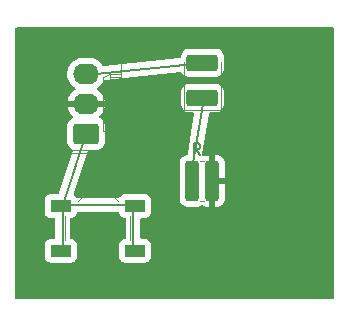
<source format=gbr>
%TF.GenerationSoftware,KiCad,Pcbnew,7.0.5*%
%TF.CreationDate,2024-03-26T08:13:49-07:00*%
%TF.ProjectId,Trial2,54726961-6c32-42e6-9b69-6361645f7063,rev?*%
%TF.SameCoordinates,Original*%
%TF.FileFunction,Soldermask,Bot*%
%TF.FilePolarity,Negative*%
%FSLAX46Y46*%
G04 Gerber Fmt 4.6, Leading zero omitted, Abs format (unit mm)*
G04 Created by KiCad (PCBNEW 7.0.5) date 2024-03-26 08:13:49*
%MOMM*%
%LPD*%
G01*
G04 APERTURE LIST*
G04 Aperture macros list*
%AMRoundRect*
0 Rectangle with rounded corners*
0 $1 Rounding radius*
0 $2 $3 $4 $5 $6 $7 $8 $9 X,Y pos of 4 corners*
0 Add a 4 corners polygon primitive as box body*
4,1,4,$2,$3,$4,$5,$6,$7,$8,$9,$2,$3,0*
0 Add four circle primitives for the rounded corners*
1,1,$1+$1,$2,$3*
1,1,$1+$1,$4,$5*
1,1,$1+$1,$6,$7*
1,1,$1+$1,$8,$9*
0 Add four rect primitives between the rounded corners*
20,1,$1+$1,$2,$3,$4,$5,0*
20,1,$1+$1,$4,$5,$6,$7,0*
20,1,$1+$1,$6,$7,$8,$9,0*
20,1,$1+$1,$8,$9,$2,$3,0*%
G04 Aperture macros list end*
%ADD10RoundRect,0.250000X0.845000X-0.620000X0.845000X0.620000X-0.845000X0.620000X-0.845000X-0.620000X0*%
%ADD11O,2.190000X1.740000*%
%TA.AperFunction,NonConductor*%
%ADD12C,0.200000*%
%TD*%
%TA.AperFunction,SMDPad,CuDef*%
%ADD13R,1.700000X1.000000*%
%TD*%
%TA.AperFunction,SMDPad,CuDef*%
%ADD14RoundRect,0.250001X1.074999X-0.462499X1.074999X0.462499X-1.074999X0.462499X-1.074999X-0.462499X0*%
%TD*%
%TA.AperFunction,ComponentPad*%
%ADD15RoundRect,0.250000X0.845000X-0.620000X0.845000X0.620000X-0.845000X0.620000X-0.845000X-0.620000X0*%
%TD*%
%TA.AperFunction,ComponentPad*%
%ADD16O,2.190000X1.740000*%
%TD*%
%TA.AperFunction,SMDPad,CuDef*%
%ADD17RoundRect,0.250000X-0.337500X-1.450000X0.337500X-1.450000X0.337500X1.450000X-0.337500X1.450000X0*%
%TD*%
%ADD18C,0.300000*%
%ADD19C,0.150000*%
%ADD20C,0.120000*%
G04 APERTURE END LIST*
D10*
%TO.C,J1*%
X133000000Y-111000000D03*
D11*
X133000000Y-108460000D03*
X133000000Y-105920000D03*
%TD*%
D12*
X137000000Y-121000000D02*
X137000000Y-117000000D01*
X133000000Y-111000000D02*
X131000000Y-117000000D01*
X142000000Y-114000000D02*
X143000000Y-108000000D01*
X131000000Y-117000000D02*
X131000000Y-121000000D01*
X143000000Y-105000000D02*
X133000000Y-106000000D01*
X143000000Y-108000000D02*
X142000000Y-108000000D01*
X137000000Y-117000000D02*
X131000000Y-117000000D01*
D13*
%TO.P,S1,1*%
%TO.N,Net-(J1-Pin_1)*%
X130850000Y-117100000D03*
X137150000Y-117100000D03*
%TO.P,S1,2*%
X130850000Y-120900000D03*
X137150000Y-120900000D03*
%TD*%
D14*
%TO.P,D1,1,K*%
%TO.N,Net-(D1-K)*%
X142837500Y-107975000D03*
%TO.P,D1,2,A*%
%TO.N,+3.3V*%
X142837500Y-105000000D03*
%TD*%
D15*
%TO.P,J1,1,Pin_1*%
%TO.N,Net-(J1-Pin_1)*%
X133000000Y-111000000D03*
D16*
%TO.P,J1,2,Pin_2*%
%TO.N,GND*%
X133000000Y-108460000D03*
%TO.P,J1,3,Pin_3*%
%TO.N,+3.3V*%
X133000000Y-105920000D03*
%TD*%
D17*
%TO.P,R1,1*%
%TO.N,Net-(D1-K)*%
X142000000Y-115000000D03*
%TO.P,R1,2*%
%TO.N,GND*%
X143675000Y-115000000D03*
%TD*%
%TA.AperFunction,Conductor*%
%TO.N,GND*%
G36*
X153942539Y-102020185D02*
G01*
X153988294Y-102072989D01*
X153999500Y-102124500D01*
X153999500Y-124875500D01*
X153979815Y-124942539D01*
X153927011Y-124988294D01*
X153875500Y-124999500D01*
X127124500Y-124999500D01*
X127057461Y-124979815D01*
X127011706Y-124927011D01*
X127000500Y-124875500D01*
X127000500Y-121447870D01*
X129499500Y-121447870D01*
X129499501Y-121447876D01*
X129505908Y-121507483D01*
X129556202Y-121642328D01*
X129556206Y-121642335D01*
X129642452Y-121757544D01*
X129642455Y-121757547D01*
X129757664Y-121843793D01*
X129757671Y-121843797D01*
X129892517Y-121894091D01*
X129892516Y-121894091D01*
X129899444Y-121894835D01*
X129952127Y-121900500D01*
X131747872Y-121900499D01*
X131807483Y-121894091D01*
X131942331Y-121843796D01*
X132057546Y-121757546D01*
X132143796Y-121642331D01*
X132194091Y-121507483D01*
X132200500Y-121447873D01*
X132200499Y-120352128D01*
X132194091Y-120292517D01*
X132143796Y-120157669D01*
X132143795Y-120157668D01*
X132143793Y-120157664D01*
X132057547Y-120042455D01*
X132057544Y-120042452D01*
X131942335Y-119956206D01*
X131942328Y-119956202D01*
X131807482Y-119905908D01*
X131807483Y-119905908D01*
X131747883Y-119899501D01*
X131747881Y-119899500D01*
X131747873Y-119899500D01*
X131747865Y-119899500D01*
X131724500Y-119899500D01*
X131657461Y-119879815D01*
X131611706Y-119827011D01*
X131600500Y-119775500D01*
X131600500Y-118224499D01*
X131620185Y-118157460D01*
X131672989Y-118111705D01*
X131724500Y-118100499D01*
X131747871Y-118100499D01*
X131747872Y-118100499D01*
X131807483Y-118094091D01*
X131942331Y-118043796D01*
X132057546Y-117957546D01*
X132143796Y-117842331D01*
X132194091Y-117707483D01*
X132194091Y-117707481D01*
X132195874Y-117699938D01*
X132198146Y-117700474D01*
X132220429Y-117646688D01*
X132277823Y-117606843D01*
X132316976Y-117600500D01*
X135683023Y-117600500D01*
X135750062Y-117620185D01*
X135795817Y-117672989D01*
X135803266Y-117700134D01*
X135804124Y-117699932D01*
X135805907Y-117707479D01*
X135856202Y-117842328D01*
X135856206Y-117842335D01*
X135942452Y-117957544D01*
X135942455Y-117957547D01*
X136057664Y-118043793D01*
X136057671Y-118043797D01*
X136102618Y-118060560D01*
X136192517Y-118094091D01*
X136252127Y-118100500D01*
X136275497Y-118100499D01*
X136342536Y-118120181D01*
X136388292Y-118172983D01*
X136399500Y-118224499D01*
X136399500Y-119775500D01*
X136379815Y-119842539D01*
X136327011Y-119888294D01*
X136275505Y-119899500D01*
X136252132Y-119899500D01*
X136252123Y-119899501D01*
X136192516Y-119905908D01*
X136057671Y-119956202D01*
X136057664Y-119956206D01*
X135942455Y-120042452D01*
X135942452Y-120042455D01*
X135856206Y-120157664D01*
X135856202Y-120157671D01*
X135805908Y-120292517D01*
X135799501Y-120352116D01*
X135799501Y-120352123D01*
X135799500Y-120352135D01*
X135799500Y-121447870D01*
X135799501Y-121447876D01*
X135805908Y-121507483D01*
X135856202Y-121642328D01*
X135856206Y-121642335D01*
X135942452Y-121757544D01*
X135942455Y-121757547D01*
X136057664Y-121843793D01*
X136057671Y-121843797D01*
X136192517Y-121894091D01*
X136192516Y-121894091D01*
X136199444Y-121894835D01*
X136252127Y-121900500D01*
X138047872Y-121900499D01*
X138107483Y-121894091D01*
X138242331Y-121843796D01*
X138357546Y-121757546D01*
X138443796Y-121642331D01*
X138494091Y-121507483D01*
X138500500Y-121447873D01*
X138500499Y-120352128D01*
X138494091Y-120292517D01*
X138443796Y-120157669D01*
X138443795Y-120157668D01*
X138443793Y-120157664D01*
X138357547Y-120042455D01*
X138357544Y-120042452D01*
X138242335Y-119956206D01*
X138242328Y-119956202D01*
X138107482Y-119905908D01*
X138107483Y-119905908D01*
X138047883Y-119899501D01*
X138047881Y-119899500D01*
X138047873Y-119899500D01*
X138047865Y-119899500D01*
X137724500Y-119899500D01*
X137657461Y-119879815D01*
X137611706Y-119827011D01*
X137600500Y-119775500D01*
X137600500Y-118224499D01*
X137620185Y-118157460D01*
X137672989Y-118111705D01*
X137724500Y-118100499D01*
X138047871Y-118100499D01*
X138047872Y-118100499D01*
X138107483Y-118094091D01*
X138242331Y-118043796D01*
X138357546Y-117957546D01*
X138443796Y-117842331D01*
X138494091Y-117707483D01*
X138500500Y-117647873D01*
X138500499Y-116552128D01*
X138494896Y-116500001D01*
X140912000Y-116500001D01*
X140912001Y-116500018D01*
X140922500Y-116602796D01*
X140922501Y-116602799D01*
X140977615Y-116769119D01*
X140977686Y-116769334D01*
X141069788Y-116918656D01*
X141193844Y-117042712D01*
X141343166Y-117134814D01*
X141509703Y-117189999D01*
X141612491Y-117200500D01*
X142387508Y-117200499D01*
X142387516Y-117200498D01*
X142387519Y-117200498D01*
X142443802Y-117194748D01*
X142490297Y-117189999D01*
X142656834Y-117134814D01*
X142772882Y-117063234D01*
X142840271Y-117044796D01*
X142903073Y-117063237D01*
X143018369Y-117134353D01*
X143018380Y-117134358D01*
X143184802Y-117189505D01*
X143184809Y-117189506D01*
X143287519Y-117199999D01*
X143424999Y-117199999D01*
X143425000Y-117199998D01*
X143425000Y-115250000D01*
X143925000Y-115250000D01*
X143925000Y-117199999D01*
X144062472Y-117199999D01*
X144062486Y-117199998D01*
X144165197Y-117189505D01*
X144331619Y-117134358D01*
X144331624Y-117134356D01*
X144480845Y-117042315D01*
X144604815Y-116918345D01*
X144696856Y-116769124D01*
X144696858Y-116769119D01*
X144752005Y-116602697D01*
X144752006Y-116602690D01*
X144762499Y-116499986D01*
X144762500Y-116499973D01*
X144762500Y-115250000D01*
X143925000Y-115250000D01*
X143425000Y-115250000D01*
X143425000Y-112800000D01*
X143925000Y-112800000D01*
X143925000Y-114750000D01*
X144762499Y-114750000D01*
X144762499Y-113500028D01*
X144762498Y-113500013D01*
X144752005Y-113397302D01*
X144696858Y-113230880D01*
X144696856Y-113230875D01*
X144604815Y-113081654D01*
X144480845Y-112957684D01*
X144331624Y-112865643D01*
X144331619Y-112865641D01*
X144165197Y-112810494D01*
X144165190Y-112810493D01*
X144062486Y-112800000D01*
X143925000Y-112800000D01*
X143425000Y-112800000D01*
X143287527Y-112800000D01*
X143287512Y-112800001D01*
X143184802Y-112810494D01*
X143018380Y-112865641D01*
X143018371Y-112865646D01*
X143004848Y-112873987D01*
X142937455Y-112892427D01*
X142870792Y-112871504D01*
X142826023Y-112817861D01*
X142817362Y-112748531D01*
X142817439Y-112748062D01*
X142823939Y-112709066D01*
X143393514Y-109291614D01*
X143423953Y-109228723D01*
X143483561Y-109192272D01*
X143515828Y-109188000D01*
X143962503Y-109188000D01*
X143962508Y-109188000D01*
X144065297Y-109177499D01*
X144231834Y-109122314D01*
X144381155Y-109030211D01*
X144505211Y-108906155D01*
X144597314Y-108756834D01*
X144652499Y-108590297D01*
X144663000Y-108487508D01*
X144663000Y-107462492D01*
X144652499Y-107359703D01*
X144597314Y-107193166D01*
X144589141Y-107179916D01*
X144505213Y-107043848D01*
X144505210Y-107043844D01*
X144381155Y-106919789D01*
X144381151Y-106919786D01*
X144231837Y-106827687D01*
X144231835Y-106827686D01*
X144148565Y-106800093D01*
X144065297Y-106772501D01*
X144065295Y-106772500D01*
X143962515Y-106762000D01*
X143962508Y-106762000D01*
X141712492Y-106762000D01*
X141712484Y-106762000D01*
X141609704Y-106772500D01*
X141609703Y-106772501D01*
X141443164Y-106827686D01*
X141443162Y-106827687D01*
X141293848Y-106919786D01*
X141293844Y-106919789D01*
X141169789Y-107043844D01*
X141169786Y-107043848D01*
X141077687Y-107193162D01*
X141077686Y-107193164D01*
X141022501Y-107359703D01*
X141022500Y-107359704D01*
X141012000Y-107462484D01*
X141012000Y-108487515D01*
X141022500Y-108590295D01*
X141022501Y-108590296D01*
X141077686Y-108756835D01*
X141077687Y-108756837D01*
X141169786Y-108906151D01*
X141169789Y-108906155D01*
X141293844Y-109030210D01*
X141293848Y-109030213D01*
X141443162Y-109122312D01*
X141443164Y-109122313D01*
X141443166Y-109122314D01*
X141609703Y-109177499D01*
X141712492Y-109188000D01*
X142046840Y-109188000D01*
X142113879Y-109207685D01*
X142159634Y-109260489D01*
X142169578Y-109329647D01*
X142169157Y-109332356D01*
X142002885Y-110329991D01*
X141606372Y-112709066D01*
X141575934Y-112771957D01*
X141516326Y-112808408D01*
X141510030Y-112809930D01*
X141509708Y-112809998D01*
X141343168Y-112865185D01*
X141343163Y-112865187D01*
X141193842Y-112957289D01*
X141069789Y-113081342D01*
X140977687Y-113230663D01*
X140977685Y-113230668D01*
X140977615Y-113230880D01*
X140922501Y-113397203D01*
X140922501Y-113397204D01*
X140922500Y-113397204D01*
X140912000Y-113499983D01*
X140912000Y-116500001D01*
X138494896Y-116500001D01*
X138494894Y-116499986D01*
X138494091Y-116492516D01*
X138443797Y-116357671D01*
X138443793Y-116357664D01*
X138357547Y-116242455D01*
X138357544Y-116242452D01*
X138242335Y-116156206D01*
X138242328Y-116156202D01*
X138107482Y-116105908D01*
X138107483Y-116105908D01*
X138047883Y-116099501D01*
X138047881Y-116099500D01*
X138047873Y-116099500D01*
X138047864Y-116099500D01*
X136252129Y-116099500D01*
X136252123Y-116099501D01*
X136192516Y-116105908D01*
X136057671Y-116156202D01*
X136057664Y-116156206D01*
X135942456Y-116242452D01*
X135942455Y-116242453D01*
X135942454Y-116242454D01*
X135862087Y-116349811D01*
X135806153Y-116391682D01*
X135762820Y-116399500D01*
X132237180Y-116399500D01*
X132170141Y-116379815D01*
X132137913Y-116349811D01*
X132057546Y-116242454D01*
X131991469Y-116192988D01*
X131949599Y-116137056D01*
X131944615Y-116067364D01*
X131948139Y-116054528D01*
X133147886Y-112455286D01*
X133187760Y-112397912D01*
X133252324Y-112371204D01*
X133265523Y-112370499D01*
X133895002Y-112370499D01*
X133895008Y-112370499D01*
X133997797Y-112359999D01*
X134164334Y-112304814D01*
X134313656Y-112212712D01*
X134437712Y-112088656D01*
X134529814Y-111939334D01*
X134584999Y-111772797D01*
X134595500Y-111670009D01*
X134595499Y-110329992D01*
X134584999Y-110227203D01*
X134529814Y-110060666D01*
X134437712Y-109911344D01*
X134313656Y-109787288D01*
X134164334Y-109695186D01*
X134164332Y-109695185D01*
X134164330Y-109695184D01*
X134161574Y-109693899D01*
X134160000Y-109692513D01*
X134158187Y-109691395D01*
X134158378Y-109691085D01*
X134109135Y-109647727D01*
X134089983Y-109580533D01*
X134110199Y-109513652D01*
X134128179Y-109491994D01*
X134257139Y-109368396D01*
X134257140Y-109368395D01*
X134395810Y-109180902D01*
X134500803Y-108972661D01*
X134569093Y-108749670D01*
X134574173Y-108710000D01*
X133540470Y-108710000D01*
X133579685Y-108615326D01*
X133600134Y-108460000D01*
X133579685Y-108304674D01*
X133540470Y-108210000D01*
X134572576Y-108210000D01*
X134572575Y-108209999D01*
X134539683Y-108057380D01*
X134539683Y-108057379D01*
X134452732Y-107840994D01*
X134330458Y-107642407D01*
X134176382Y-107467343D01*
X134176378Y-107467339D01*
X133994945Y-107320842D01*
X133994935Y-107320835D01*
X133954433Y-107298209D01*
X133905507Y-107248329D01*
X133891315Y-107179916D01*
X133916363Y-107114691D01*
X133945469Y-107087222D01*
X134089088Y-106990153D01*
X134257516Y-106828728D01*
X134396240Y-106641161D01*
X134459726Y-106515242D01*
X134507484Y-106464244D01*
X134558109Y-106447683D01*
X141008594Y-105802635D01*
X141077258Y-105815552D01*
X141126467Y-105860920D01*
X141169787Y-105931151D01*
X141169790Y-105931156D01*
X141293844Y-106055210D01*
X141293848Y-106055213D01*
X141443162Y-106147312D01*
X141443164Y-106147313D01*
X141443166Y-106147314D01*
X141609703Y-106202499D01*
X141712492Y-106213000D01*
X141712497Y-106213000D01*
X143962503Y-106213000D01*
X143962508Y-106213000D01*
X144065297Y-106202499D01*
X144231834Y-106147314D01*
X144381155Y-106055211D01*
X144505211Y-105931155D01*
X144597314Y-105781834D01*
X144652499Y-105615297D01*
X144663000Y-105512508D01*
X144663000Y-104487492D01*
X144652499Y-104384703D01*
X144597314Y-104218166D01*
X144505211Y-104068845D01*
X144381155Y-103944789D01*
X144381151Y-103944786D01*
X144231837Y-103852687D01*
X144231835Y-103852686D01*
X144148565Y-103825093D01*
X144065297Y-103797501D01*
X144065295Y-103797500D01*
X143962515Y-103787000D01*
X143962508Y-103787000D01*
X141712492Y-103787000D01*
X141712484Y-103787000D01*
X141609704Y-103797500D01*
X141609703Y-103797501D01*
X141443164Y-103852686D01*
X141443162Y-103852687D01*
X141293848Y-103944786D01*
X141293844Y-103944789D01*
X141169789Y-104068844D01*
X141169786Y-104068848D01*
X141077687Y-104218162D01*
X141077686Y-104218164D01*
X141022501Y-104384703D01*
X141022500Y-104384704D01*
X141011997Y-104487512D01*
X141011901Y-104489407D01*
X141011764Y-104489797D01*
X141011679Y-104490633D01*
X141011479Y-104490612D01*
X140988821Y-104555355D01*
X140933751Y-104598355D01*
X140900401Y-104606464D01*
X134501655Y-105246338D01*
X134432990Y-105233421D01*
X134383728Y-105187968D01*
X134361499Y-105151867D01*
X134330862Y-105102109D01*
X134176731Y-104926982D01*
X134176729Y-104926980D01*
X134176726Y-104926977D01*
X133995226Y-104780426D01*
X133995220Y-104780421D01*
X133791554Y-104666646D01*
X133571591Y-104588929D01*
X133571586Y-104588927D01*
X133571584Y-104588927D01*
X133571580Y-104588926D01*
X133571579Y-104588926D01*
X133341655Y-104549500D01*
X133341647Y-104549500D01*
X132716784Y-104549500D01*
X132716765Y-104549500D01*
X132542553Y-104564328D01*
X132542551Y-104564329D01*
X132316781Y-104623114D01*
X132104197Y-104719208D01*
X131910911Y-104849847D01*
X131910909Y-104849849D01*
X131742483Y-105011272D01*
X131742482Y-105011273D01*
X131603762Y-105198834D01*
X131498733Y-105407147D01*
X131498730Y-105407153D01*
X131430416Y-105630223D01*
X131400784Y-105861624D01*
X131410685Y-106094700D01*
X131410686Y-106094709D01*
X131459836Y-106322766D01*
X131459837Y-106322769D01*
X131510032Y-106447683D01*
X131546821Y-106539235D01*
X131669138Y-106737891D01*
X131749083Y-106828726D01*
X131823270Y-106913019D01*
X131823273Y-106913022D01*
X132004773Y-107059573D01*
X132004779Y-107059578D01*
X132045590Y-107082376D01*
X132094517Y-107132256D01*
X132108709Y-107200669D01*
X132083661Y-107265895D01*
X132054553Y-107293365D01*
X131911228Y-107390235D01*
X131742860Y-107551603D01*
X131742859Y-107551604D01*
X131604189Y-107739097D01*
X131499196Y-107947338D01*
X131430906Y-108170329D01*
X131425826Y-108209999D01*
X131425827Y-108210000D01*
X132459530Y-108210000D01*
X132420315Y-108304674D01*
X132399866Y-108460000D01*
X132420315Y-108615326D01*
X132459530Y-108710000D01*
X131427424Y-108710000D01*
X131460316Y-108862619D01*
X131460316Y-108862620D01*
X131547267Y-109079005D01*
X131669541Y-109277592D01*
X131823617Y-109452656D01*
X131823621Y-109452660D01*
X131863796Y-109485099D01*
X131903589Y-109542529D01*
X131906016Y-109612357D01*
X131870305Y-109672411D01*
X131838300Y-109693958D01*
X131835667Y-109695185D01*
X131686342Y-109787289D01*
X131562289Y-109911342D01*
X131470187Y-110060663D01*
X131470185Y-110060666D01*
X131470186Y-110060666D01*
X131415001Y-110227203D01*
X131415001Y-110227204D01*
X131415000Y-110227204D01*
X131404500Y-110329983D01*
X131404500Y-111670001D01*
X131404501Y-111670018D01*
X131415000Y-111772796D01*
X131415001Y-111772799D01*
X131470185Y-111939331D01*
X131470186Y-111939334D01*
X131562288Y-112088656D01*
X131686344Y-112212712D01*
X131832035Y-112302574D01*
X131878759Y-112354522D01*
X131889982Y-112423485D01*
X131884575Y-112447325D01*
X130695446Y-116014712D01*
X130655572Y-116072087D01*
X130591008Y-116098795D01*
X130577809Y-116099500D01*
X129952129Y-116099500D01*
X129952123Y-116099501D01*
X129892516Y-116105908D01*
X129757671Y-116156202D01*
X129757664Y-116156206D01*
X129642455Y-116242452D01*
X129642452Y-116242455D01*
X129556206Y-116357664D01*
X129556202Y-116357671D01*
X129505908Y-116492517D01*
X129499501Y-116552116D01*
X129499501Y-116552123D01*
X129499500Y-116552135D01*
X129499500Y-117647870D01*
X129499501Y-117647876D01*
X129505908Y-117707483D01*
X129556202Y-117842328D01*
X129556206Y-117842335D01*
X129642452Y-117957544D01*
X129642455Y-117957547D01*
X129757664Y-118043793D01*
X129757671Y-118043797D01*
X129802618Y-118060560D01*
X129892517Y-118094091D01*
X129952127Y-118100500D01*
X130275500Y-118100499D01*
X130342539Y-118120183D01*
X130388294Y-118172987D01*
X130399500Y-118224499D01*
X130399499Y-119775500D01*
X130379814Y-119842540D01*
X130327010Y-119888294D01*
X130275499Y-119899500D01*
X129952130Y-119899500D01*
X129952123Y-119899501D01*
X129892516Y-119905908D01*
X129757671Y-119956202D01*
X129757664Y-119956206D01*
X129642455Y-120042452D01*
X129642452Y-120042455D01*
X129556206Y-120157664D01*
X129556202Y-120157671D01*
X129505908Y-120292517D01*
X129499501Y-120352116D01*
X129499501Y-120352123D01*
X129499500Y-120352135D01*
X129499500Y-121447870D01*
X127000500Y-121447870D01*
X127000500Y-102124500D01*
X127020185Y-102057461D01*
X127072989Y-102011706D01*
X127124500Y-102000500D01*
X153875500Y-102000500D01*
X153942539Y-102020185D01*
G37*
%TD.AperFunction*%
%TD*%
D18*
X152529171Y-103840225D02*
X152529171Y-104125939D01*
X152529171Y-104125939D02*
X152457742Y-104268796D01*
X152457742Y-104268796D02*
X152314885Y-104411653D01*
X152314885Y-104411653D02*
X152029171Y-104483082D01*
X152029171Y-104483082D02*
X151529171Y-104483082D01*
X151529171Y-104483082D02*
X151243457Y-104411653D01*
X151243457Y-104411653D02*
X151100600Y-104268796D01*
X151100600Y-104268796D02*
X151029171Y-104125939D01*
X151029171Y-104125939D02*
X151029171Y-103840225D01*
X151029171Y-103840225D02*
X151100600Y-103697368D01*
X151100600Y-103697368D02*
X151243457Y-103554510D01*
X151243457Y-103554510D02*
X151529171Y-103483082D01*
X151529171Y-103483082D02*
X152029171Y-103483082D01*
X152029171Y-103483082D02*
X152314885Y-103554510D01*
X152314885Y-103554510D02*
X152457742Y-103697368D01*
X152457742Y-103697368D02*
X152529171Y-103840225D01*
X152029171Y-105125939D02*
X151029171Y-105125939D01*
X151886314Y-105125939D02*
X151957742Y-105197368D01*
X151957742Y-105197368D02*
X152029171Y-105340225D01*
X152029171Y-105340225D02*
X152029171Y-105554511D01*
X152029171Y-105554511D02*
X151957742Y-105697368D01*
X151957742Y-105697368D02*
X151814885Y-105768797D01*
X151814885Y-105768797D02*
X151029171Y-105768797D01*
X152529171Y-107911654D02*
X152529171Y-108197368D01*
X152529171Y-108197368D02*
X152457742Y-108340225D01*
X152457742Y-108340225D02*
X152314885Y-108483082D01*
X152314885Y-108483082D02*
X152029171Y-108554511D01*
X152029171Y-108554511D02*
X151529171Y-108554511D01*
X151529171Y-108554511D02*
X151243457Y-108483082D01*
X151243457Y-108483082D02*
X151100600Y-108340225D01*
X151100600Y-108340225D02*
X151029171Y-108197368D01*
X151029171Y-108197368D02*
X151029171Y-107911654D01*
X151029171Y-107911654D02*
X151100600Y-107768797D01*
X151100600Y-107768797D02*
X151243457Y-107625939D01*
X151243457Y-107625939D02*
X151529171Y-107554511D01*
X151529171Y-107554511D02*
X152029171Y-107554511D01*
X152029171Y-107554511D02*
X152314885Y-107625939D01*
X152314885Y-107625939D02*
X152457742Y-107768797D01*
X152457742Y-107768797D02*
X152529171Y-107911654D01*
X152029171Y-108983083D02*
X152029171Y-109554511D01*
X151029171Y-109197368D02*
X152314885Y-109197368D01*
X152314885Y-109197368D02*
X152457742Y-109268797D01*
X152457742Y-109268797D02*
X152529171Y-109411654D01*
X152529171Y-109411654D02*
X152529171Y-109554511D01*
X152029171Y-109840226D02*
X152029171Y-110411654D01*
X151029171Y-110054511D02*
X152314885Y-110054511D01*
X152314885Y-110054511D02*
X152457742Y-110125940D01*
X152457742Y-110125940D02*
X152529171Y-110268797D01*
X152529171Y-110268797D02*
X152529171Y-110411654D01*
X151029171Y-112268797D02*
X151100600Y-112125940D01*
X151100600Y-112125940D02*
X151243457Y-112054511D01*
X151243457Y-112054511D02*
X152529171Y-112054511D01*
X151029171Y-113483083D02*
X151814885Y-113483083D01*
X151814885Y-113483083D02*
X151957742Y-113411654D01*
X151957742Y-113411654D02*
X152029171Y-113268797D01*
X152029171Y-113268797D02*
X152029171Y-112983083D01*
X152029171Y-112983083D02*
X151957742Y-112840225D01*
X151100600Y-113483083D02*
X151029171Y-113340225D01*
X151029171Y-113340225D02*
X151029171Y-112983083D01*
X151029171Y-112983083D02*
X151100600Y-112840225D01*
X151100600Y-112840225D02*
X151243457Y-112768797D01*
X151243457Y-112768797D02*
X151386314Y-112768797D01*
X151386314Y-112768797D02*
X151529171Y-112840225D01*
X151529171Y-112840225D02*
X151600600Y-112983083D01*
X151600600Y-112983083D02*
X151600600Y-113340225D01*
X151600600Y-113340225D02*
X151672028Y-113483083D01*
X151029171Y-114197368D02*
X152029171Y-114197368D01*
X151886314Y-114197368D02*
X151957742Y-114268797D01*
X151957742Y-114268797D02*
X152029171Y-114411654D01*
X152029171Y-114411654D02*
X152029171Y-114625940D01*
X152029171Y-114625940D02*
X151957742Y-114768797D01*
X151957742Y-114768797D02*
X151814885Y-114840226D01*
X151814885Y-114840226D02*
X151029171Y-114840226D01*
X151814885Y-114840226D02*
X151957742Y-114911654D01*
X151957742Y-114911654D02*
X152029171Y-115054511D01*
X152029171Y-115054511D02*
X152029171Y-115268797D01*
X152029171Y-115268797D02*
X151957742Y-115411654D01*
X151957742Y-115411654D02*
X151814885Y-115483083D01*
X151814885Y-115483083D02*
X151029171Y-115483083D01*
X152029171Y-116197368D02*
X150529171Y-116197368D01*
X151957742Y-116197368D02*
X152029171Y-116340226D01*
X152029171Y-116340226D02*
X152029171Y-116625940D01*
X152029171Y-116625940D02*
X151957742Y-116768797D01*
X151957742Y-116768797D02*
X151886314Y-116840226D01*
X151886314Y-116840226D02*
X151743457Y-116911654D01*
X151743457Y-116911654D02*
X151314885Y-116911654D01*
X151314885Y-116911654D02*
X151172028Y-116840226D01*
X151172028Y-116840226D02*
X151100600Y-116768797D01*
X151100600Y-116768797D02*
X151029171Y-116625940D01*
X151029171Y-116625940D02*
X151029171Y-116340226D01*
X151029171Y-116340226D02*
X151100600Y-116197368D01*
X152029171Y-118554511D02*
X151029171Y-118911654D01*
X151029171Y-118911654D02*
X152029171Y-119268797D01*
X152386314Y-119768797D02*
X152457742Y-119840225D01*
X152457742Y-119840225D02*
X152529171Y-119983083D01*
X152529171Y-119983083D02*
X152529171Y-120340225D01*
X152529171Y-120340225D02*
X152457742Y-120483083D01*
X152457742Y-120483083D02*
X152386314Y-120554511D01*
X152386314Y-120554511D02*
X152243457Y-120625940D01*
X152243457Y-120625940D02*
X152100600Y-120625940D01*
X152100600Y-120625940D02*
X151886314Y-120554511D01*
X151886314Y-120554511D02*
X151029171Y-119697368D01*
X151029171Y-119697368D02*
X151029171Y-120625940D01*
X149971314Y-103483082D02*
X150042742Y-103554510D01*
X150042742Y-103554510D02*
X150114171Y-103697368D01*
X150114171Y-103697368D02*
X150114171Y-104054510D01*
X150114171Y-104054510D02*
X150042742Y-104197368D01*
X150042742Y-104197368D02*
X149971314Y-104268796D01*
X149971314Y-104268796D02*
X149828457Y-104340225D01*
X149828457Y-104340225D02*
X149685600Y-104340225D01*
X149685600Y-104340225D02*
X149471314Y-104268796D01*
X149471314Y-104268796D02*
X148614171Y-103411653D01*
X148614171Y-103411653D02*
X148614171Y-104340225D01*
X150114171Y-105268796D02*
X150114171Y-105411653D01*
X150114171Y-105411653D02*
X150042742Y-105554510D01*
X150042742Y-105554510D02*
X149971314Y-105625939D01*
X149971314Y-105625939D02*
X149828457Y-105697367D01*
X149828457Y-105697367D02*
X149542742Y-105768796D01*
X149542742Y-105768796D02*
X149185600Y-105768796D01*
X149185600Y-105768796D02*
X148899885Y-105697367D01*
X148899885Y-105697367D02*
X148757028Y-105625939D01*
X148757028Y-105625939D02*
X148685600Y-105554510D01*
X148685600Y-105554510D02*
X148614171Y-105411653D01*
X148614171Y-105411653D02*
X148614171Y-105268796D01*
X148614171Y-105268796D02*
X148685600Y-105125939D01*
X148685600Y-105125939D02*
X148757028Y-105054510D01*
X148757028Y-105054510D02*
X148899885Y-104983081D01*
X148899885Y-104983081D02*
X149185600Y-104911653D01*
X149185600Y-104911653D02*
X149542742Y-104911653D01*
X149542742Y-104911653D02*
X149828457Y-104983081D01*
X149828457Y-104983081D02*
X149971314Y-105054510D01*
X149971314Y-105054510D02*
X150042742Y-105125939D01*
X150042742Y-105125939D02*
X150114171Y-105268796D01*
X149971314Y-106340224D02*
X150042742Y-106411652D01*
X150042742Y-106411652D02*
X150114171Y-106554510D01*
X150114171Y-106554510D02*
X150114171Y-106911652D01*
X150114171Y-106911652D02*
X150042742Y-107054510D01*
X150042742Y-107054510D02*
X149971314Y-107125938D01*
X149971314Y-107125938D02*
X149828457Y-107197367D01*
X149828457Y-107197367D02*
X149685600Y-107197367D01*
X149685600Y-107197367D02*
X149471314Y-107125938D01*
X149471314Y-107125938D02*
X148614171Y-106268795D01*
X148614171Y-106268795D02*
X148614171Y-107197367D01*
X149614171Y-108483081D02*
X148614171Y-108483081D01*
X150185600Y-108125938D02*
X149114171Y-107768795D01*
X149114171Y-107768795D02*
X149114171Y-108697366D01*
X150114171Y-109554509D02*
X150114171Y-109697366D01*
X150114171Y-109697366D02*
X150042742Y-109840223D01*
X150042742Y-109840223D02*
X149971314Y-109911652D01*
X149971314Y-109911652D02*
X149828457Y-109983080D01*
X149828457Y-109983080D02*
X149542742Y-110054509D01*
X149542742Y-110054509D02*
X149185600Y-110054509D01*
X149185600Y-110054509D02*
X148899885Y-109983080D01*
X148899885Y-109983080D02*
X148757028Y-109911652D01*
X148757028Y-109911652D02*
X148685600Y-109840223D01*
X148685600Y-109840223D02*
X148614171Y-109697366D01*
X148614171Y-109697366D02*
X148614171Y-109554509D01*
X148614171Y-109554509D02*
X148685600Y-109411652D01*
X148685600Y-109411652D02*
X148757028Y-109340223D01*
X148757028Y-109340223D02*
X148899885Y-109268794D01*
X148899885Y-109268794D02*
X149185600Y-109197366D01*
X149185600Y-109197366D02*
X149542742Y-109197366D01*
X149542742Y-109197366D02*
X149828457Y-109268794D01*
X149828457Y-109268794D02*
X149971314Y-109340223D01*
X149971314Y-109340223D02*
X150042742Y-109411652D01*
X150042742Y-109411652D02*
X150114171Y-109554509D01*
X150114171Y-110554508D02*
X150114171Y-111483080D01*
X150114171Y-111483080D02*
X149542742Y-110983080D01*
X149542742Y-110983080D02*
X149542742Y-111197365D01*
X149542742Y-111197365D02*
X149471314Y-111340223D01*
X149471314Y-111340223D02*
X149399885Y-111411651D01*
X149399885Y-111411651D02*
X149257028Y-111483080D01*
X149257028Y-111483080D02*
X148899885Y-111483080D01*
X148899885Y-111483080D02*
X148757028Y-111411651D01*
X148757028Y-111411651D02*
X148685600Y-111340223D01*
X148685600Y-111340223D02*
X148614171Y-111197365D01*
X148614171Y-111197365D02*
X148614171Y-110768794D01*
X148614171Y-110768794D02*
X148685600Y-110625937D01*
X148685600Y-110625937D02*
X148757028Y-110554508D01*
X149971314Y-112054508D02*
X150042742Y-112125936D01*
X150042742Y-112125936D02*
X150114171Y-112268794D01*
X150114171Y-112268794D02*
X150114171Y-112625936D01*
X150114171Y-112625936D02*
X150042742Y-112768794D01*
X150042742Y-112768794D02*
X149971314Y-112840222D01*
X149971314Y-112840222D02*
X149828457Y-112911651D01*
X149828457Y-112911651D02*
X149685600Y-112911651D01*
X149685600Y-112911651D02*
X149471314Y-112840222D01*
X149471314Y-112840222D02*
X148614171Y-111983079D01*
X148614171Y-111983079D02*
X148614171Y-112911651D01*
X149614171Y-114197365D02*
X148614171Y-114197365D01*
X150185600Y-113840222D02*
X149114171Y-113483079D01*
X149114171Y-113483079D02*
X149114171Y-114411650D01*
X146270600Y-103483082D02*
X146199171Y-103697368D01*
X146199171Y-103697368D02*
X146199171Y-104054510D01*
X146199171Y-104054510D02*
X146270600Y-104197368D01*
X146270600Y-104197368D02*
X146342028Y-104268796D01*
X146342028Y-104268796D02*
X146484885Y-104340225D01*
X146484885Y-104340225D02*
X146627742Y-104340225D01*
X146627742Y-104340225D02*
X146770600Y-104268796D01*
X146770600Y-104268796D02*
X146842028Y-104197368D01*
X146842028Y-104197368D02*
X146913457Y-104054510D01*
X146913457Y-104054510D02*
X146984885Y-103768796D01*
X146984885Y-103768796D02*
X147056314Y-103625939D01*
X147056314Y-103625939D02*
X147127742Y-103554510D01*
X147127742Y-103554510D02*
X147270600Y-103483082D01*
X147270600Y-103483082D02*
X147413457Y-103483082D01*
X147413457Y-103483082D02*
X147556314Y-103554510D01*
X147556314Y-103554510D02*
X147627742Y-103625939D01*
X147627742Y-103625939D02*
X147699171Y-103768796D01*
X147699171Y-103768796D02*
X147699171Y-104125939D01*
X147699171Y-104125939D02*
X147627742Y-104340225D01*
X146199171Y-104983081D02*
X147699171Y-104983081D01*
X147699171Y-104983081D02*
X146199171Y-105840224D01*
X146199171Y-105840224D02*
X147699171Y-105840224D01*
X146342028Y-106554510D02*
X146270600Y-106625939D01*
X146270600Y-106625939D02*
X146199171Y-106554510D01*
X146199171Y-106554510D02*
X146270600Y-106483082D01*
X146270600Y-106483082D02*
X146342028Y-106554510D01*
X146342028Y-106554510D02*
X146199171Y-106554510D01*
X147127742Y-106554510D02*
X147056314Y-106625939D01*
X147056314Y-106625939D02*
X146984885Y-106554510D01*
X146984885Y-106554510D02*
X147056314Y-106483082D01*
X147056314Y-106483082D02*
X147127742Y-106554510D01*
X147127742Y-106554510D02*
X146984885Y-106554510D01*
X146056314Y-106911654D02*
X146056314Y-108054511D01*
X146056314Y-108054511D02*
X146056314Y-109197368D01*
X146056314Y-109197368D02*
X146056314Y-110340225D01*
X146056314Y-110340225D02*
X146056314Y-111483082D01*
X146056314Y-111483082D02*
X146056314Y-112625939D01*
X146056314Y-112625939D02*
X146056314Y-113768796D01*
X146056314Y-113768796D02*
X146056314Y-114911653D01*
X146056314Y-114911653D02*
X146056314Y-116054510D01*
X146056314Y-116054510D02*
X146056314Y-117197367D01*
X146056314Y-117197367D02*
X146056314Y-118340224D01*
X146056314Y-118340224D02*
X146056314Y-119483081D01*
D19*
%TO.C,S1*%
X133238095Y-115407200D02*
X133380952Y-115454819D01*
X133380952Y-115454819D02*
X133619047Y-115454819D01*
X133619047Y-115454819D02*
X133714285Y-115407200D01*
X133714285Y-115407200D02*
X133761904Y-115359580D01*
X133761904Y-115359580D02*
X133809523Y-115264342D01*
X133809523Y-115264342D02*
X133809523Y-115169104D01*
X133809523Y-115169104D02*
X133761904Y-115073866D01*
X133761904Y-115073866D02*
X133714285Y-115026247D01*
X133714285Y-115026247D02*
X133619047Y-114978628D01*
X133619047Y-114978628D02*
X133428571Y-114931009D01*
X133428571Y-114931009D02*
X133333333Y-114883390D01*
X133333333Y-114883390D02*
X133285714Y-114835771D01*
X133285714Y-114835771D02*
X133238095Y-114740533D01*
X133238095Y-114740533D02*
X133238095Y-114645295D01*
X133238095Y-114645295D02*
X133285714Y-114550057D01*
X133285714Y-114550057D02*
X133333333Y-114502438D01*
X133333333Y-114502438D02*
X133428571Y-114454819D01*
X133428571Y-114454819D02*
X133666666Y-114454819D01*
X133666666Y-114454819D02*
X133809523Y-114502438D01*
X134761904Y-115454819D02*
X134190476Y-115454819D01*
X134476190Y-115454819D02*
X134476190Y-114454819D01*
X134476190Y-114454819D02*
X134380952Y-114597676D01*
X134380952Y-114597676D02*
X134285714Y-114692914D01*
X134285714Y-114692914D02*
X134190476Y-114740533D01*
%TO.C,D1*%
X142099405Y-103454819D02*
X142099405Y-102454819D01*
X142099405Y-102454819D02*
X142337500Y-102454819D01*
X142337500Y-102454819D02*
X142480357Y-102502438D01*
X142480357Y-102502438D02*
X142575595Y-102597676D01*
X142575595Y-102597676D02*
X142623214Y-102692914D01*
X142623214Y-102692914D02*
X142670833Y-102883390D01*
X142670833Y-102883390D02*
X142670833Y-103026247D01*
X142670833Y-103026247D02*
X142623214Y-103216723D01*
X142623214Y-103216723D02*
X142575595Y-103311961D01*
X142575595Y-103311961D02*
X142480357Y-103407200D01*
X142480357Y-103407200D02*
X142337500Y-103454819D01*
X142337500Y-103454819D02*
X142099405Y-103454819D01*
X143623214Y-103454819D02*
X143051786Y-103454819D01*
X143337500Y-103454819D02*
X143337500Y-102454819D01*
X143337500Y-102454819D02*
X143242262Y-102597676D01*
X143242262Y-102597676D02*
X143147024Y-102692914D01*
X143147024Y-102692914D02*
X143051786Y-102740533D01*
%TO.C,J1*%
X132666666Y-102454819D02*
X132666666Y-103169104D01*
X132666666Y-103169104D02*
X132619047Y-103311961D01*
X132619047Y-103311961D02*
X132523809Y-103407200D01*
X132523809Y-103407200D02*
X132380952Y-103454819D01*
X132380952Y-103454819D02*
X132285714Y-103454819D01*
X133666666Y-103454819D02*
X133095238Y-103454819D01*
X133380952Y-103454819D02*
X133380952Y-102454819D01*
X133380952Y-102454819D02*
X133285714Y-102597676D01*
X133285714Y-102597676D02*
X133190476Y-102692914D01*
X133190476Y-102692914D02*
X133095238Y-102740533D01*
%TO.C,R1*%
X142670833Y-112804819D02*
X142337500Y-112328628D01*
X142099405Y-112804819D02*
X142099405Y-111804819D01*
X142099405Y-111804819D02*
X142480357Y-111804819D01*
X142480357Y-111804819D02*
X142575595Y-111852438D01*
X142575595Y-111852438D02*
X142623214Y-111900057D01*
X142623214Y-111900057D02*
X142670833Y-111995295D01*
X142670833Y-111995295D02*
X142670833Y-112138152D01*
X142670833Y-112138152D02*
X142623214Y-112233390D01*
X142623214Y-112233390D02*
X142575595Y-112281009D01*
X142575595Y-112281009D02*
X142480357Y-112328628D01*
X142480357Y-112328628D02*
X142099405Y-112328628D01*
X143623214Y-112804819D02*
X143051786Y-112804819D01*
X143337500Y-112804819D02*
X143337500Y-111804819D01*
X143337500Y-111804819D02*
X143242262Y-111947676D01*
X143242262Y-111947676D02*
X143147024Y-112042914D01*
X143147024Y-112042914D02*
X143051786Y-112090533D01*
D20*
%TO.C,S1*%
X131250000Y-118000000D02*
X131250000Y-120000000D01*
X132300000Y-116700000D02*
X132750000Y-116250000D01*
X132300000Y-121300000D02*
X132750000Y-121750000D01*
X132750000Y-116250000D02*
X135250000Y-116250000D01*
X132750000Y-121750000D02*
X135250000Y-121750000D01*
X135700000Y-116700000D02*
X135250000Y-116250000D01*
X135700000Y-121300000D02*
X135250000Y-121750000D01*
X136750000Y-118000000D02*
X136750000Y-120000000D01*
%TO.C,D1*%
X141252500Y-108947500D02*
X144422500Y-108947500D01*
X144422500Y-108947500D02*
X144422500Y-104887500D01*
X141252500Y-104887500D02*
X141252500Y-108947500D01*
%TO.C,J1*%
X131000000Y-112670000D02*
X135000000Y-112670000D01*
X129970000Y-112380000D02*
X135990000Y-112380000D01*
X135990000Y-112380000D02*
X135990000Y-104540000D01*
X129970000Y-111800000D02*
X130570000Y-111800000D01*
X130570000Y-111800000D02*
X130570000Y-110200000D01*
X134990000Y-111000000D02*
X134460000Y-110750000D01*
X134990000Y-111000000D02*
X134990000Y-105920000D01*
X135990000Y-111000000D02*
X134990000Y-111000000D01*
X134460000Y-110750000D02*
X134460000Y-106170000D01*
X135990000Y-110750000D02*
X134990000Y-110750000D01*
X130570000Y-110200000D02*
X129970000Y-110200000D01*
X129970000Y-109260000D02*
X130570000Y-109260000D01*
X130570000Y-109260000D02*
X130570000Y-107660000D01*
X130570000Y-107660000D02*
X129970000Y-107660000D01*
X129970000Y-106720000D02*
X130570000Y-106720000D01*
X130570000Y-106720000D02*
X130570000Y-105120000D01*
X134460000Y-106170000D02*
X134990000Y-105920000D01*
X135990000Y-106170000D02*
X134990000Y-106170000D01*
X134990000Y-105920000D02*
X135990000Y-105920000D01*
X130570000Y-105120000D02*
X129970000Y-105120000D01*
X129970000Y-104540000D02*
X129970000Y-112380000D01*
X135990000Y-104540000D02*
X129970000Y-104540000D01*
%TO.C,R1*%
X142654517Y-113290000D02*
X143020483Y-113290000D01*
X142654517Y-116710000D02*
X143020483Y-116710000D01*
%TD*%
M02*

</source>
